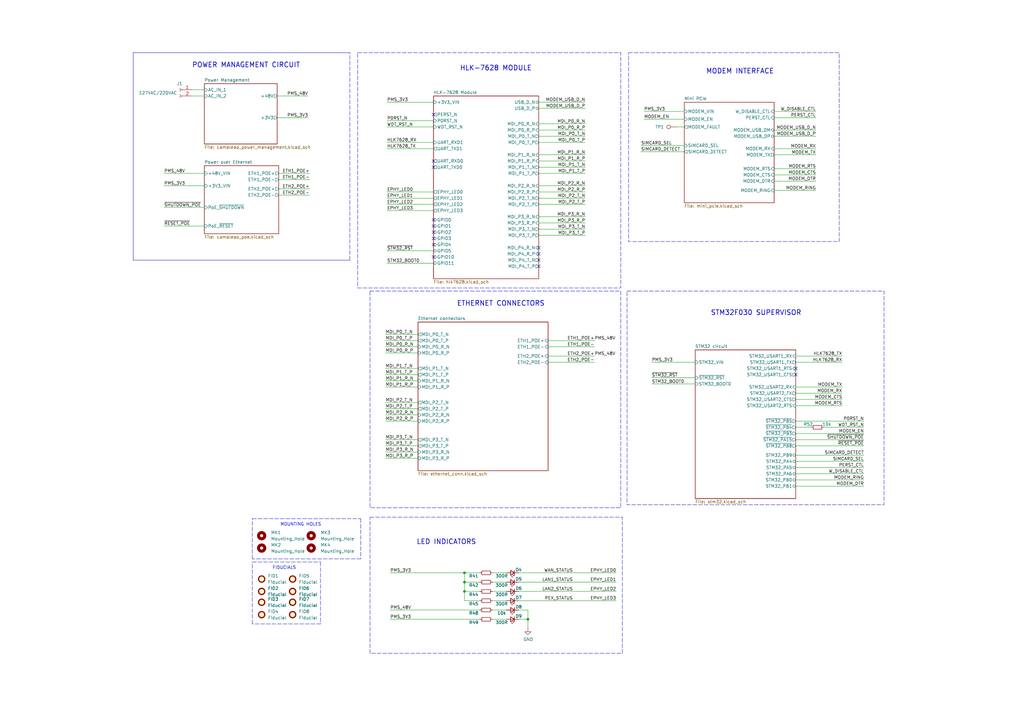
<source format=kicad_sch>
(kicad_sch (version 20230121) (generator eeschema)
  (paper "A3")
  (lib_symbols
    (symbol "Connector:Conn_01x02_Female" (pin_names (offset 1.016) hide)
      (property "Reference" "J" (at 0 2.54 0))
      (property "Value" "Conn_01x02_Female" (at 0 -5.08 0))
      (symbol "Conn_01x02_Female_1_1"
        (arc (start 0 -2.032) (mid -0.5058 -2.54) (end 0 -3.048) (stroke (width 0.1524)))
        (polyline (pts (xy -1.27 -2.54) (xy -0.508 -2.54)) (stroke (width 0.1524)))
        (polyline (pts (xy -1.27 0) (xy -0.508 0)) (stroke (width 0.1524)))
        (arc (start 0 0.508) (mid -0.5058 0) (end 0 -0.508) (stroke (width 0.1524)))
        (pin passive line (at -5.08 0 0) (length 3.81) (name "Pin_1") (number "1"))
        (pin passive line (at -5.08 -2.54 0) (length 3.81) (name "Pin_2") (number "2"))
      )
    )
    (symbol "Connector:TestPoint" (pin_numbers hide) (pin_names (offset 0.762) hide)
      (property "Reference" "TP" (at 0 6.858 0))
      (property "Value" "TestPoint" (at 0 5.08 0))
      (symbol "TestPoint_0_1"
        (circle (center 0 3.302) (radius 0.762))
      )
      (symbol "TestPoint_1_1"
        (pin passive line (at 0 0 90) (length 2.54) (name "1") (number "1"))
      )
    )
    (symbol "Device:LED_Small" (pin_numbers hide) (pin_names (offset 0.254) hide)
      (property "Reference" "D" (at -1.27 3.175 0))
      (property "Value" "LED_Small" (at -4.445 -2.54 0))
      (symbol "LED_Small_0_1"
        (polyline (pts (xy -0.762 -1.016) (xy -0.762 1.016)) (stroke (width 0.254)))
        (polyline (pts (xy 1.016 0) (xy -0.762 0)))
        (polyline (pts (xy 0.762 -1.016) (xy -0.762 0) (xy 0.762 1.016) (xy 0.762 -1.016)) (stroke (width 0.254)))
        (polyline (pts (xy 0 0.762) (xy -0.508 1.27) (xy -0.254 1.27) (xy -0.508 1.27) (xy -0.508 1.016)))
        (polyline (pts (xy 0.508 1.27) (xy 0 1.778) (xy 0.254 1.778) (xy 0 1.778) (xy 0 1.524)))
      )
      (symbol "LED_Small_1_1"
        (pin passive line (at -2.54 0 0) (length 1.778) (name "K") (number "1"))
        (pin passive line (at 2.54 0 180) (length 1.778) (name "A") (number "2"))
      )
    )
    (symbol "Device:R_Small" (pin_numbers hide) (pin_names (offset 0.254) hide)
      (property "Reference" "R" (at 0.762 0.508 0))
      (property "Value" "R_Small" (at 0.762 -1.016 0))
      (symbol "R_Small_0_1"
        (rectangle (start -0.762 1.778) (end 0.762 -1.778) (stroke (width 0.2032)))
      )
      (symbol "R_Small_1_1"
        (pin passive line (at 0 2.54 270) (length 0.762) (name "~") (number "1"))
        (pin passive line (at 0 -2.54 90) (length 0.762) (name "~") (number "2"))
      )
    )
    (symbol "Mechanical:Fiducial"
      (property "Reference" "FID" (at 0 5.08 0))
      (property "Value" "Fiducial" (at 0 3.175 0))
      (symbol "Fiducial_0_1"
        (circle (center 0 0) (radius 1.27) (stroke (width 0.508)) (fill (type background)))
      )
    )
    (symbol "mechanical:Mounting_Hole" (pin_names (offset 1.016))
      (property "Reference" "MK" (at 0 5.08 0))
      (property "Value" "Mounting_Hole" (at 0 3.175 0))
      (symbol "Mounting_Hole_0_1"
        (circle (center 0 0) (radius 1.27) (stroke (width 1.27)))
      )
    )
    (symbol "power:GND" (power) (pin_names (offset 0))
      (property "Value" "GND" (at 0 -3.81 0))
      (symbol "GND_0_1"
        (polyline (pts (xy 0 0) (xy 0 -1.27) (xy 1.27 -1.27) (xy 0 -2.54) (xy -1.27 -1.27) (xy 0 -1.27)))
      )
      (symbol "GND_1_1"
        (pin power_in line (at 0 0 270) (length 0) hide (name "GND") (number "1"))
      )
    )
  )
  (junction (at 190.5 238.76))
  (junction (at 190.5 234.95))
  (junction (at 190.5 242.57))
  (junction (at 216.535 254))
  (no_connect (at 177.8 97.79))
  (no_connect (at 220.98 109.22))
  (no_connect (at 177.8 105.41))
  (no_connect (at 220.98 104.14))
  (no_connect (at 326.39 151.13))
  (no_connect (at 220.98 106.68))
  (no_connect (at 177.8 100.33))
  (no_connect (at 177.8 46.99))
  (no_connect (at 177.8 66.04))
  (no_connect (at 220.98 101.6))
  (no_connect (at 177.8 68.58))
  (no_connect (at 177.8 95.25))
  (no_connect (at 177.8 90.17))
  (no_connect (at 177.8 92.71))
  (no_connect (at 326.39 153.67))
  (wire (pts (xy 267.335 154.94) (xy 285.115 154.94)))
  (wire (pts (xy 354.33 172.72) (xy 326.39 172.72)))
  (wire (pts (xy 158.75 81.28) (xy 177.8 81.28)))
  (wire (pts (xy 220.98 44.45) (xy 240.03 44.45)))
  (wire (pts (xy 277.495 52.07) (xy 280.67 52.07)))
  (polyline (pts (xy 54.61 21.59) (xy 54.61 106.68)))
  (wire (pts (xy 67.31 71.12) (xy 83.82 71.12)))
  (wire (pts (xy 158.75 107.95) (xy 177.8 107.95)))
  (polyline (pts (xy 143.51 106.68) (xy 143.51 21.59)) (stroke (width 0) (type dash)))
  (wire (pts (xy 127 80.01) (xy 114.3 80.01)))
  (wire (pts (xy 212.725 246.38) (xy 252.73 246.38)))
  (wire (pts (xy 158.115 158.75) (xy 171.45 158.75)))
  (wire (pts (xy 158.75 49.53) (xy 177.8 49.53)))
  (polyline (pts (xy 103.505 212.725) (xy 147.955 212.725)) (stroke (width 0) (type dash)))
  (wire (pts (xy 127 73.66) (xy 114.3 73.66)))
  (wire (pts (xy 212.725 238.76) (xy 252.73 238.76)))
  (wire (pts (xy 264.16 45.72) (xy 280.67 45.72)))
  (wire (pts (xy 114.3 77.47) (xy 127 77.47)))
  (wire (pts (xy 158.75 86.36) (xy 177.8 86.36)))
  (wire (pts (xy 264.16 48.895) (xy 280.67 48.895)))
  (wire (pts (xy 158.75 78.74) (xy 177.8 78.74)))
  (wire (pts (xy 224.79 139.7) (xy 243.84 139.7)))
  (wire (pts (xy 220.98 91.44) (xy 240.03 91.44)))
  (polyline (pts (xy 147.955 212.725) (xy 147.955 229.235)) (stroke (width 0) (type dash)))
  (wire (pts (xy 317.5 74.295) (xy 334.645 74.295)))
  (wire (pts (xy 201.93 242.57) (xy 207.645 242.57)))
  (wire (pts (xy 220.98 68.58) (xy 240.03 68.58)))
  (polyline (pts (xy 131.445 230.505) (xy 131.445 255.905)) (stroke (width 0) (type dash)))
  (wire (pts (xy 317.5 45.72) (xy 334.645 45.72)))
  (wire (pts (xy 160.02 250.19) (xy 196.85 250.19)))
  (wire (pts (xy 201.93 246.38) (xy 207.645 246.38)))
  (wire (pts (xy 216.535 257.81) (xy 216.535 254)))
  (wire (pts (xy 326.39 166.37) (xy 345.44 166.37)))
  (wire (pts (xy 337.82 175.26) (xy 354.33 175.26)))
  (wire (pts (xy 196.85 246.38) (xy 190.5 246.38)))
  (wire (pts (xy 326.39 163.83) (xy 345.44 163.83)))
  (polyline (pts (xy 147.955 229.235) (xy 103.505 229.235)) (stroke (width 0) (type dash)))
  (wire (pts (xy 220.98 83.82) (xy 240.03 83.82)))
  (wire (pts (xy 317.5 71.755) (xy 334.645 71.755)))
  (wire (pts (xy 158.115 144.78) (xy 171.45 144.78)))
  (wire (pts (xy 158.115 165.1) (xy 171.45 165.1)))
  (wire (pts (xy 160.02 234.95) (xy 190.5 234.95)))
  (wire (pts (xy 158.115 182.88) (xy 171.45 182.88)))
  (wire (pts (xy 212.725 254) (xy 216.535 254)))
  (wire (pts (xy 326.39 161.29) (xy 345.44 161.29)))
  (wire (pts (xy 158.75 83.82) (xy 177.8 83.82)))
  (wire (pts (xy 220.98 81.28) (xy 240.03 81.28)))
  (wire (pts (xy 196.85 242.57) (xy 190.5 242.57)))
  (wire (pts (xy 158.115 167.64) (xy 171.45 167.64)))
  (wire (pts (xy 190.5 238.76) (xy 190.5 242.57)))
  (wire (pts (xy 78.74 39.37) (xy 83.82 39.37)))
  (wire (pts (xy 201.93 234.95) (xy 207.645 234.95)))
  (wire (pts (xy 158.75 102.87) (xy 177.8 102.87)))
  (wire (pts (xy 158.115 151.13) (xy 171.45 151.13)))
  (wire (pts (xy 212.725 234.95) (xy 252.73 234.95)))
  (wire (pts (xy 317.5 69.215) (xy 334.645 69.215)))
  (wire (pts (xy 220.98 96.52) (xy 240.03 96.52)))
  (wire (pts (xy 113.665 39.37) (xy 126.365 39.37)))
  (wire (pts (xy 326.39 196.85) (xy 354.33 196.85)))
  (wire (pts (xy 317.5 78.105) (xy 334.645 78.105)))
  (wire (pts (xy 220.98 71.12) (xy 240.03 71.12)))
  (wire (pts (xy 326.39 158.75) (xy 345.44 158.75)))
  (wire (pts (xy 220.98 66.04) (xy 240.03 66.04)))
  (wire (pts (xy 220.98 50.8) (xy 240.03 50.8)))
  (wire (pts (xy 67.31 76.2) (xy 83.82 76.2)))
  (wire (pts (xy 114.3 71.12) (xy 127 71.12)))
  (wire (pts (xy 212.725 250.19) (xy 216.535 250.19)))
  (polyline (pts (xy 54.61 106.68) (xy 143.51 106.68)))
  (wire (pts (xy 158.75 60.96) (xy 177.8 60.96)))
  (wire (pts (xy 216.535 254) (xy 216.535 250.19)))
  (wire (pts (xy 220.98 63.5) (xy 240.03 63.5)))
  (wire (pts (xy 158.115 142.24) (xy 171.45 142.24)))
  (wire (pts (xy 326.39 177.8) (xy 354.33 177.8)))
  (polyline (pts (xy 143.51 21.59) (xy 54.61 21.59)))
  (wire (pts (xy 326.39 199.39) (xy 354.33 199.39)))
  (wire (pts (xy 326.39 180.34) (xy 354.33 180.34)))
  (wire (pts (xy 220.98 53.34) (xy 240.03 53.34)))
  (wire (pts (xy 158.115 156.21) (xy 171.45 156.21)))
  (polyline (pts (xy 131.445 255.905) (xy 103.505 255.905)) (stroke (width 0) (type dash)))
  (wire (pts (xy 224.79 148.59) (xy 243.84 148.59)))
  (wire (pts (xy 220.98 55.88) (xy 240.03 55.88)))
  (wire (pts (xy 317.5 48.26) (xy 334.645 48.26)))
  (wire (pts (xy 158.115 137.16) (xy 171.45 137.16)))
  (wire (pts (xy 190.5 238.76) (xy 196.85 238.76)))
  (wire (pts (xy 326.39 146.05) (xy 345.44 146.05)))
  (wire (pts (xy 326.39 189.23) (xy 354.33 189.23)))
  (wire (pts (xy 224.79 146.05) (xy 243.84 146.05)))
  (wire (pts (xy 190.5 242.57) (xy 190.5 246.38)))
  (wire (pts (xy 334.645 53.34) (xy 317.5 53.34)))
  (wire (pts (xy 267.335 148.59) (xy 285.115 148.59)))
  (wire (pts (xy 220.98 78.74) (xy 240.03 78.74)))
  (wire (pts (xy 220.98 76.2) (xy 240.03 76.2)))
  (wire (pts (xy 158.75 58.42) (xy 177.8 58.42)))
  (wire (pts (xy 158.115 185.42) (xy 171.45 185.42)))
  (wire (pts (xy 326.39 175.26) (xy 332.74 175.26)))
  (wire (pts (xy 267.335 157.48) (xy 285.115 157.48)))
  (wire (pts (xy 317.5 63.5) (xy 334.645 63.5)))
  (wire (pts (xy 78.74 36.83) (xy 83.82 36.83)))
  (wire (pts (xy 201.93 250.19) (xy 207.645 250.19)))
  (wire (pts (xy 160.02 254) (xy 196.85 254)))
  (wire (pts (xy 326.39 148.59) (xy 345.44 148.59)))
  (wire (pts (xy 220.98 58.42) (xy 240.03 58.42)))
  (wire (pts (xy 220.98 88.9) (xy 240.03 88.9)))
  (wire (pts (xy 326.39 191.77) (xy 354.33 191.77)))
  (wire (pts (xy 220.98 41.91) (xy 240.03 41.91)))
  (wire (pts (xy 317.5 60.96) (xy 334.645 60.96)))
  (wire (pts (xy 158.115 170.18) (xy 171.45 170.18)))
  (polyline (pts (xy 103.505 230.505) (xy 131.445 230.505)) (stroke (width 0) (type dash)))
  (wire (pts (xy 158.115 139.7) (xy 171.45 139.7)))
  (wire (pts (xy 177.8 41.91) (xy 158.75 41.91)))
  (wire (pts (xy 220.98 93.98) (xy 240.03 93.98)))
  (wire (pts (xy 326.39 194.31) (xy 354.33 194.31)))
  (wire (pts (xy 190.5 234.95) (xy 196.85 234.95)))
  (polyline (pts (xy 103.505 229.235) (xy 103.505 212.725)) (stroke (width 0) (type dash)))
  (wire (pts (xy 158.115 180.34) (xy 171.45 180.34)))
  (wire (pts (xy 113.665 48.26) (xy 126.365 48.26)))
  (wire (pts (xy 262.89 62.23) (xy 280.67 62.23)))
  (wire (pts (xy 212.725 242.57) (xy 252.73 242.57)))
  (wire (pts (xy 334.645 55.88) (xy 317.5 55.88)))
  (wire (pts (xy 262.89 59.69) (xy 280.67 59.69)))
  (wire (pts (xy 190.5 234.95) (xy 190.5 238.76)))
  (wire (pts (xy 67.31 92.71) (xy 83.82 92.71)))
  (wire (pts (xy 326.39 186.69) (xy 354.33 186.69)))
  (wire (pts (xy 201.93 238.76) (xy 207.645 238.76)))
  (wire (pts (xy 158.75 52.07) (xy 177.8 52.07)))
  (wire (pts (xy 201.93 254) (xy 207.645 254)))
  (wire (pts (xy 158.115 172.72) (xy 171.45 172.72)))
  (wire (pts (xy 67.31 85.09) (xy 83.82 85.09)))
  (polyline (pts (xy 103.505 255.905) (xy 103.505 230.505)) (stroke (width 0) (type dash)))
  (wire (pts (xy 326.39 182.88) (xy 354.33 182.88)))
  (wire (pts (xy 158.115 187.96) (xy 171.45 187.96)))
  (wire (pts (xy 158.115 153.67) (xy 171.45 153.67)))
  (wire (pts (xy 224.79 142.24) (xy 243.84 142.24)))
  (rectangle (start 257.175 119.38) (end 362.585 207.01) (stroke (width 0) (type dash)))
  (rectangle (start 151.765 119.38) (end 254.635 208.28) (stroke (width 0) (type dash)))
  (rectangle (start 257.81 21.59) (end 344.17 99.06) (stroke (width 0) (type dash)))
  (rectangle (start 146.685 21.59) (end 254.635 118.11) (stroke (width 0) (type dash)))
  (rectangle (start 151.765 212.09) (end 255.27 267.97) (stroke (width 0) (type dash)))
  (text "FIDUCIALS\n" (at 111.76 233.68 0) (effects (font (size 1.27 1.27)) (justify left bottom)))
  (text "MOUNTING HOLES\n" (at 114.935 215.9 0) (effects (font (size 1.27 1.27)) (justify left bottom)))
  (text "LED INDICATORS" (at 170.815 223.52 0) (effects (font (size 2 2) (thickness 0.254) bold) (justify left bottom)))
  (text "ETHERNET CONNECTORS" (at 187.325 125.73 0) (effects (font (size 2 2) (thickness 0.254) bold) (justify left bottom)))
  (text "MODEM INTERFACE" (at 289.56 30.48 0) (effects (font (size 2 2) (thickness 0.254) bold) (justify left bottom)))
  (text "POWER MANAGEMENT CIRCUIT" (at 78.74 27.94 0) (effects (font (size 2 2) (thickness 0.254) bold) (justify left bottom)))
  (text "HLK-7628 MODULE" (at 188.595 29.21 0) (effects (font (size 2 2) (thickness 0.254) bold) (justify left bottom)))
  (text "STM32F030 SUPERVISOR" (at 291.465 129.54 0) (effects (font (size 2 2) (thickness 0.254) bold) (justify left bottom)))
  (label "PMS_48V" (at 243.84 139.7 0))
  (label "MDI_P1_R_P" (at 158.115 158.75 0))
  (label "MDI_P0_R_P" (at 240.03 53.34 180))
  (label "MODEM_TX" (at 345.44 158.75 180))
  (label "MODEM_USB_D_N" (at 240.03 41.91 180))
  (label "MDI_P3_T_P" (at 240.03 96.52 180))
  (label "PEX_STATUS" (at 234.95 246.38 180))
  (label "MDI_P3_T_N" (at 240.03 93.98 180))
  (label "MDI_P3_T_N" (at 158.115 180.34 0))
  (label "HLK7628_RX" (at 158.75 58.42 0))
  (label "EPHY_LED2" (at 158.75 83.82 0))
  (label "MDI_P1_R_N" (at 240.03 63.5 180))
  (label "PMS_48V" (at 160.02 250.19 0))
  (label "P0RST_N" (at 158.75 49.53 0))
  (label "MODEM_CTS" (at 334.645 71.755 180))
  (label "WDT_RST_N" (at 354.33 175.26 180))
  (label "~{SHUTDOWN_POE}" (at 67.31 85.09 0))
  (label "MDI_P1_T_N" (at 240.03 68.58 180))
  (label "MDI_P0_T_N" (at 240.03 55.88 180))
  (label "MDI_P3_T_P" (at 158.115 182.88 0))
  (label "PERST_CTL" (at 334.645 48.26 180))
  (label "MDI_P0_T_P" (at 158.115 139.7 0))
  (label "EPHY_LED1" (at 158.75 81.28 0))
  (label "MDI_P2_T_N" (at 158.115 165.1 0))
  (label "ETH2_POE-" (at 243.84 148.59 180))
  (label "MDI_P1_R_N" (at 158.115 156.21 0))
  (label "MODEM_EN" (at 264.16 48.895 0))
  (label "ETH1_POE+" (at 127 71.12 180))
  (label "PERST_CTL" (at 354.33 191.77 180))
  (label "MODEM_RING" (at 334.645 78.105 180))
  (label "ETH1_POE-" (at 243.84 142.24 180))
  (label "PMS_48V" (at 126.365 39.37 180))
  (label "MODEM_EN" (at 354.33 177.8 180))
  (label "PMS_3V3" (at 67.31 76.2 0))
  (label "PMS_3V3" (at 126.365 48.26 180))
  (label "MDI_P1_R_P" (at 240.03 66.04 180))
  (label "MDI_P2_T_P" (at 240.03 83.82 180))
  (label "~{RESET_POE}" (at 354.33 182.88 180))
  (label "~{STM32_RST}" (at 267.335 154.94 0))
  (label "W_DISABLE_CTL" (at 334.645 45.72 180))
  (label "ETH1_POE-" (at 127 73.66 180))
  (label "LAN2_STATUS" (at 234.95 242.57 180))
  (label "MODEM_RX" (at 345.44 161.29 180))
  (label "MDI_P1_T_P" (at 240.03 71.12 180))
  (label "STM32_BOOT0" (at 158.75 107.95 0))
  (label "~{RESET_POE}" (at 67.31 92.71 0))
  (label "SIMCARD_SEL" (at 262.89 59.69 0))
  (label "MODEM_RX" (at 334.645 60.96 180))
  (label "EPHY_LED0" (at 158.75 78.74 0))
  (label "MODEM_USB_D_N" (at 334.645 53.34 180))
  (label "MDI_P2_R_P" (at 158.115 172.72 0))
  (label "MDI_P2_R_P" (at 240.03 78.74 180))
  (label "MDI_P3_R_N" (at 158.115 185.42 0))
  (label "MDI_P2_R_N" (at 240.03 76.2 180))
  (label "EPHY_LED3" (at 158.75 86.36 0))
  (label "~{STM32_RST}" (at 158.75 102.87 0))
  (label "ETH2_POE+" (at 243.84 146.05 180))
  (label "PMS_3V3" (at 267.335 148.59 0))
  (label "W_DISABLE_CTL" (at 354.33 194.31 180))
  (label "ETH1_POE+" (at 243.84 139.7 180))
  (label "MDI_P3_R_N" (at 240.03 88.9 180))
  (label "MODEM_USB_D_P" (at 334.645 55.88 180))
  (label "EPHY_LED0" (at 252.73 234.95 180))
  (label "PMS_3V3" (at 158.75 41.91 0))
  (label "PMS_3V3" (at 160.02 234.95 0))
  (label "MODEM_RING" (at 354.33 196.85 180))
  (label "MODEM_USB_D_P" (at 240.03 44.45 180))
  (label "WDT_RST_N" (at 158.75 52.07 0))
  (label "MDI_P2_T_N" (at 240.03 81.28 180))
  (label "MDI_P2_T_P" (at 158.115 167.64 0))
  (label "EPHY_LED3" (at 252.73 246.38 180))
  (label "MDI_P1_T_P" (at 158.115 153.67 0))
  (label "LAN1_STATUS" (at 234.95 238.76 180))
  (label "MDI_P2_R_N" (at 158.115 170.18 0))
  (label "MODEM_DTR" (at 334.645 74.295 180))
  (label "MDI_P0_T_N" (at 158.115 137.16 0))
  (label "MDI_P0_R_N" (at 158.115 142.24 0))
  (label "MDI_P0_R_P" (at 158.115 144.78 0))
  (label "EPHY_LED2" (at 252.73 242.57 180))
  (label "SIMCARD_SEL" (at 354.33 189.23 180))
  (label "~{SHUTDOWN_POE}" (at 354.33 180.34 180))
  (label "MODEM_TX" (at 334.645 63.5 180))
  (label "ETH2_POE-" (at 127 80.01 180))
  (label "MODEM_RTS" (at 345.44 166.37 180))
  (label "MDI_P3_R_P" (at 240.03 91.44 180))
  (label "MDI_P0_R_N" (at 240.03 50.8 180))
  (label "MODEM_DTR" (at 354.33 199.39 180))
  (label "WAN_STATUS" (at 234.95 234.95 180))
  (label "HLK7628_TX" (at 158.75 60.96 0))
  (label "HLK7628_TX" (at 345.44 146.05 180))
  (label "SIMCARD_DETECT" (at 262.89 62.23 0))
  (label "P0RST_N" (at 354.33 172.72 180))
  (label "MDI_P0_T_P" (at 240.03 58.42 180))
  (label "EPHY_LED1" (at 252.73 238.76 180))
  (label "PMS_48V" (at 67.31 71.12 0))
  (label "HLK7628_RX" (at 345.44 148.59 180))
  (label "MDI_P3_R_P" (at 158.115 187.96 0))
  (label "PMS_3V3" (at 264.16 45.72 0))
  (label "STM32_BOOT0" (at 267.335 157.48 0))
  (label "PMS_48V" (at 243.84 146.05 0))
  (label "MDI_P1_T_N" (at 158.115 151.13 0))
  (label "ETH2_POE+" (at 127 77.47 180))
  (label "MODEM_RTS" (at 334.645 69.215 180))
  (label "PMS_3V3" (at 160.02 254 0))
  (label "MODEM_CTS" (at 345.44 163.83 180))
  (label "SIMCARD_DETECT" (at 354.33 186.69 180))
  (symbol (lib_id "Mechanical:Fiducial") (at 120.015 247.015 0) (unit 1)
    (property "Reference" "FID7" (at 122.555 245.7449 0) (effects (justify left)))
    (property "Value" "Fiducial" (at 122.555 248.2849 0) (effects (justify left)))
    (property "Footprint" "Fiducial:Fiducial_1mm_Mask2mm" (effects hide))
  )
  (symbol (lib_id "Device:LED_Small") (at 210.185 238.76 180) (unit 1)
    (property "Reference" "D5" (at 212.725 237.49 0))
    (property "Value" "LED_Small" (effects hide))
    (property "Footprint" "LED_SMD:LED_0805_2012Metric" (effects hide))
  )
  (symbol (lib_id "Device:LED_Small") (at 210.185 242.57 180) (unit 1)
    (property "Reference" "D6" (at 212.725 241.3 0))
    (property "Value" "LED_Small" (effects hide))
    (property "Footprint" "LED_SMD:LED_0805_2012Metric" (effects hide))
  )
  (symbol (lib_id "mechanical:Mounting_Hole") (at 127.635 224.79 0) (unit 1)
    (property "Reference" "MK4" (at 131.445 223.5199 0) (effects (justify left)))
    (property "Value" "Mounting_Hole" (at 131.445 226.0599 0) (effects (justify left)))
    (property "Footprint" "MountingHole:MountingHole_4.3mm_M4" (effects hide))
  )
  (symbol (lib_id "Connector:Conn_01x02_Female") (at 73.66 36.83 0) (mirror y) (unit 1)
    (property "Reference" "J1" (at 73.66 34.29 0))
    (property "Value" "127VAC/220VAC" (at 64.77 38.1 0))
    (property "Footprint" "Gabriel:WJ2EDGRC-5.08-2P" (effects hide))
    (property "Datasheet" "https://datasheet.lcsc.com/lcsc/1912251631_Ningbo-Kangnex-Elec-WJ2EDGRC-5-08-2P_C3697.pdf" (effects hide))
    (property "LCSC Part" "C3697" (effects hide))
  )
  (symbol (lib_id "Device:LED_Small") (at 210.185 250.19 180) (unit 1)
    (property "Reference" "D8" (at 212.725 248.92 0))
    (property "Value" "LED_Small" (effects hide))
    (property "Footprint" "LED_SMD:LED_0805_2012Metric" (effects hide))
  )
  (symbol (lib_id "Mechanical:Fiducial") (at 107.315 237.49 0) (unit 1)
    (property "Reference" "FID1" (at 109.855 236.2199 0) (effects (justify left)))
    (property "Value" "Fiducial" (at 109.855 238.7599 0) (effects (justify left)))
    (property "Footprint" "Fiducial:Fiducial_1mm_Mask2mm" (effects hide))
  )
  (symbol (lib_id "Device:R_Small") (at 199.39 234.95 90) (unit 1)
    (property "Reference" "R41" (at 194.31 236.22 90))
    (property "Value" "300R" (at 205.74 236.22 90))
    (property "Footprint" "Resistor_SMD:R_0402_1005Metric" (effects hide))
  )
  (symbol (lib_id "Mechanical:Fiducial") (at 120.015 237.49 0) (unit 1)
    (property "Reference" "FID5" (at 122.555 236.2199 0) (effects (justify left)))
    (property "Value" "Fiducial" (at 122.555 238.7599 0) (effects (justify left)))
    (property "Footprint" "Fiducial:Fiducial_1mm_Mask2mm" (effects hide))
  )
  (symbol (lib_id "Device:R_Small") (at 199.39 246.38 90) (unit 1)
    (property "Reference" "R45" (at 194.31 247.65 90))
    (property "Value" "300R" (at 205.74 247.65 90))
    (property "Footprint" "Resistor_SMD:R_0402_1005Metric" (effects hide))
  )
  (symbol (lib_id "Mechanical:Fiducial") (at 107.315 252.095 0) (unit 1)
    (property "Reference" "FID4" (at 109.855 250.8249 0) (effects (justify left)))
    (property "Value" "Fiducial" (at 109.855 253.3649 0) (effects (justify left)))
    (property "Footprint" "Fiducial:Fiducial_1mm_Mask2mm" (effects hide))
  )
  (symbol (lib_id "Device:LED_Small") (at 210.185 234.95 180) (unit 1)
    (property "Reference" "D4" (at 212.725 233.68 0))
    (property "Value" "LED_Small" (effects hide))
    (property "Footprint" "LED_SMD:LED_0805_2012Metric" (effects hide))
  )
  (symbol (lib_id "Device:R_Small") (at 199.39 254 90) (unit 1)
    (property "Reference" "R49" (at 194.31 255.27 90))
    (property "Value" "300R" (at 205.74 255.27 90))
    (property "Footprint" "Resistor_SMD:R_0402_1005Metric" (effects hide))
  )
  (symbol (lib_id "mechanical:Mounting_Hole") (at 127.635 219.71 0) (unit 1)
    (property "Reference" "MK3" (at 131.445 218.4399 0) (effects (justify left)))
    (property "Value" "Mounting_Hole" (at 131.445 220.9799 0) (effects (justify left)))
    (property "Footprint" "MountingHole:MountingHole_4.3mm_M4" (effects hide))
  )
  (symbol (lib_id "Device:R_Small") (at 199.39 250.19 90) (unit 1)
    (property "Reference" "R48" (at 194.31 251.46 90))
    (property "Value" "10k" (at 205.74 251.46 90))
    (property "Footprint" "Resistor_SMD:R_0402_1005Metric" (effects hide))
  )
  (symbol (lib_id "Device:R_Small") (at 199.39 238.76 90) (unit 1)
    (property "Reference" "R42" (at 194.31 240.03 90))
    (property "Value" "300R" (at 205.74 240.03 90))
    (property "Footprint" "Resistor_SMD:R_0402_1005Metric" (effects hide))
  )
  (symbol (lib_id "Device:LED_Small") (at 210.185 246.38 180) (unit 1)
    (property "Reference" "D7" (at 212.725 245.11 0))
    (property "Value" "LED_Small" (effects hide))
    (property "Footprint" "LED_SMD:LED_0805_2012Metric" (effects hide))
  )
  (symbol (lib_id "Device:R_Small") (at 199.39 242.57 90) (unit 1)
    (property "Reference" "R44" (at 194.31 243.84 90))
    (property "Value" "300R" (at 205.74 243.84 90))
    (property "Footprint" "Resistor_SMD:R_0402_1005Metric" (effects hide))
  )
  (symbol (lib_id "Mechanical:Fiducial") (at 120.015 252.095 0) (unit 1)
    (property "Reference" "FID8" (at 122.555 250.8249 0) (effects (justify left)))
    (property "Value" "Fiducial" (at 122.555 253.3649 0) (effects (justify left)))
    (property "Footprint" "Fiducial:Fiducial_1mm_Mask2mm" (effects hide))
  )
  (symbol (lib_id "power:GND") (at 216.535 257.81 0) (unit 1)
    (property "Reference" "#PWR055" (effects hide))
    (property "Value" "GND" (at 216.662 262.2042 0))
  )
  (symbol (lib_id "mechanical:Mounting_Hole") (at 107.315 224.79 0) (unit 1)
    (property "Reference" "MK2" (at 111.125 223.5199 0) (effects (justify left)))
    (property "Value" "Mounting_Hole" (at 111.125 226.0599 0) (effects (justify left)))
    (property "Footprint" "MountingHole:MountingHole_4.3mm_M4" (effects hide))
  )
  (symbol (lib_id "Mechanical:Fiducial") (at 107.315 247.015 0) (unit 1)
    (property "Reference" "FID3" (at 109.855 245.7449 0) (effects (justify left)))
    (property "Value" "Fiducial" (at 109.855 248.2849 0) (effects (justify left)))
    (property "Footprint" "Fiducial:Fiducial_1mm_Mask2mm" (effects hide))
  )
  (symbol (lib_id "Mechanical:Fiducial") (at 120.015 242.57 0) (unit 1)
    (property "Reference" "FID6" (at 122.555 241.2999 0) (effects (justify left)))
    (property "Value" "Fiducial" (at 122.555 243.8399 0) (effects (justify left)))
    (property "Footprint" "Fiducial:Fiducial_1mm_Mask2mm" (effects hide))
  )
  (symbol (lib_id "Connector:TestPoint") (at 277.495 52.07 90) (unit 1)
    (property "Reference" "TP1" (at 268.6686 52.07 90) (effects (justify right)))
    (property "Value" "TestPoint" (effects hide))
    (property "Footprint" "TestPoint:TestPoint_Pad_D1.0mm" (effects hide))
  )
  (symbol (lib_id "Mechanical:Fiducial") (at 107.315 242.57 0) (unit 1)
    (property "Reference" "FID2" (at 109.855 241.2999 0) (effects (justify left)))
    (property "Value" "Fiducial" (at 109.855 243.8399 0) (effects (justify left)))
    (property "Footprint" "Fiducial:Fiducial_1mm_Mask2mm" (effects hide))
  )
  (symbol (lib_id "Device:LED_Small") (at 210.185 254 180) (unit 1)
    (property "Reference" "D9" (at 212.725 252.73 0))
    (property "Value" "LED_Small" (effects hide))
    (property "Footprint" "LED_SMD:LED_0805_2012Metric" (effects hide))
  )
  (symbol (lib_id "Device:R_Small") (at 335.28 175.26 270) (unit 1)
    (property "Reference" "R52" (at 331.47 173.99 90))
    (property "Value" "10k" (at 339.09 173.99 90))
    (property "Footprint" "Resistor_SMD:R_0402_1005Metric" (effects hide))
  )
  (symbol (lib_id "mechanical:Mounting_Hole") (at 107.315 219.71 0) (unit 1)
    (property "Reference" "MK1" (at 111.125 218.4399 0) (effects (justify left)))
    (property "Value" "Mounting_Hole" (at 111.125 220.9799 0) (effects (justify left)))
    (property "Footprint" "MountingHole:MountingHole_4.3mm_M4" (effects hide))
  )
  (sheet (at 171.45 132.08) (size 53.34 60.96) (stroke (width 0.1524))
    (property "Sheetname" "Ethernet connectors" (at 171.45 131.3684 0) (effects (justify left bottom)))
    (property "Sheetfile" "ethernet_conn.kicad_sch" (at 171.45 193.6246 0) (effects (justify left top)))
    (pin "MDI_P0_T_N" output (at 171.45 137.16 180))
    (pin "MDI_P0_T_P" output (at 171.45 139.7 180))
    (pin "MDI_P0_R_N" input (at 171.45 142.24 180))
    (pin "MDI_P0_R_P" input (at 171.45 144.78 180))
    (pin "MDI_P1_R_P" input (at 171.45 158.75 180))
    (pin "MDI_P1_T_N" output (at 171.45 151.13 180))
    (pin "MDI_P1_R_N" input (at 171.45 156.21 180))
    (pin "MDI_P1_T_P" output (at 171.45 153.67 180))
    (pin "ETH1_POE-" input (at 224.79 142.24 0))
    (pin "ETH2_POE-" input (at 224.79 148.59 0))
    (pin "MDI_P2_R_P" input (at 171.45 172.72 180))
    (pin "MDI_P2_T_N" output (at 171.45 165.1 180))
    (pin "MDI_P2_R_N" input (at 171.45 170.18 180))
    (pin "MDI_P2_T_P" output (at 171.45 167.64 180))
    (pin "MDI_P3_T_P" output (at 171.45 182.88 180))
    (pin "MDI_P3_T_N" output (at 171.45 180.34 180))
    (pin "MDI_P3_R_P" input (at 171.45 187.96 180))
    (pin "MDI_P3_R_N" input (at 171.45 185.42 180))
    (pin "ETH1_POE+" input (at 224.79 139.7 0))
    (pin "ETH2_POE+" input (at 224.79 146.05 0))
  )
  (sheet (at 177.8 39.37) (size 43.18 74.93) (stroke (width 0.1524))
    (property "Sheetname" "HLK-7628 Module" (at 177.8 38.6584 0) (effects (justify left bottom)))
    (property "Sheetfile" "hlk7628.kicad_sch" (at 177.8 114.8846 0) (effects (justify left top)))
    (pin "+3V3_VIN" input (at 177.8 41.91 180))
    (pin "UART_TXD1" output (at 177.8 60.96 180))
    (pin "EPHY_LED1" output (at 177.8 81.28 180))
    (pin "P0RST_N" input (at 177.8 49.53 180))
    (pin "EPHY_LED0" output (at 177.8 78.74 180))
    (pin "UART_RXD1" input (at 177.8 58.42 180))
    (pin "EPHY_LED3" output (at 177.8 86.36 180))
    (pin "EPHY_LED2" output (at 177.8 83.82 180))
    (pin "UART_RXD0" output (at 177.8 66.04 180))
    (pin "GPIO11" bidirectional (at 177.8 107.95 180))
    (pin "UART_TXD0" output (at 177.8 68.58 180))
    (pin "MDI_P3_R_P" input (at 220.98 91.44 0))
    (pin "MDI_P3_R_N" input (at 220.98 88.9 0))
    (pin "MDI_P3_T_N" output (at 220.98 93.98 0))
    (pin "USB_D_N" bidirectional (at 220.98 41.91 0))
    (pin "USB_D_P" bidirectional (at 220.98 44.45 0))
    (pin "MDI_P2_T_P" output (at 220.98 83.82 0))
    (pin "MDI_P2_R_P" input (at 220.98 78.74 0))
    (pin "MDI_P2_T_N" output (at 220.98 81.28 0))
    (pin "MDI_P2_R_N" input (at 220.98 76.2 0))
    (pin "MDI_P3_T_P" output (at 220.98 96.52 0))
    (pin "MDI_P0_T_P" output (at 220.98 58.42 0))
    (pin "MDI_P1_T_N" output (at 220.98 68.58 0))
    (pin "MDI_P1_T_P" output (at 220.98 71.12 0))
    (pin "MDI_P0_R_N" input (at 220.98 50.8 0))
    (pin "MDI_P1_R_P" input (at 220.98 66.04 0))
    (pin "MDI_P0_T_N" output (at 220.98 55.88 0))
    (pin "MDI_P1_R_N" input (at 220.98 63.5 0))
    (pin "MDI_P0_R_P" input (at 220.98 53.34 0))
    (pin "WDT_RST_N" input (at 177.8 52.07 180))
    (pin "GPIO5" bidirectional (at 177.8 102.87 180))
    (pin "GPIO4" bidirectional (at 177.8 100.33 180))
    (pin "GPIO10" bidirectional (at 177.8 105.41 180))
    (pin "GPIO1" bidirectional (at 177.8 92.71 180))
    (pin "GPIO2" bidirectional (at 177.8 95.25 180))
    (pin "GPIO0" bidirectional (at 177.8 90.17 180))
    (pin "GPIO3" bidirectional (at 177.8 97.79 180))
    (pin "PERST_N" output (at 177.8 46.99 180))
    (pin "MDI_P4_T_P" output (at 220.98 109.22 0))
    (pin "MDI_P4_T_N" output (at 220.98 106.68 0))
    (pin "MDI_P4_R_N" input (at 220.98 101.6 0))
    (pin "MDI_P4_R_P" input (at 220.98 104.14 0))
  )
  (sheet (at 83.82 34.29) (size 29.845 24.765) (stroke (width 0.1524))
    (property "Sheetname" "Power Management" (at 83.82 33.5784 0) (effects (justify left bottom)))
    (property "Sheetfile" "camaleao_power_management.kicad_sch" (at 83.82 59.6396 0) (effects (justify left top)))
    (pin "+3V3" output (at 113.665 48.26 0))
    (pin "+48V" output (at 113.665 39.37 0))
    (pin "AC_IN_2" input (at 83.82 39.37 180))
    (pin "AC_IN_1" input (at 83.82 36.83 180))
  )
  (sheet (at 285.115 143.51) (size 41.275 60.96) (stroke (width 0.1524))
    (property "Sheetname" "STM32 circuit" (at 285.115 142.7984 0) (effects (justify left bottom)))
    (property "Sheetfile" "stm32.kicad_sch" (at 285.115 205.0546 0) (effects (justify left top)))
    (pin "STM32_BOOT0" input (at 285.115 157.48 180))
    (pin "STM32_USART1_CTS" output (at 326.39 153.67 0))
    (pin "STM32_USART2_TX" output (at 326.39 161.29 0))
    (pin "STM32_USART2_RX" input (at 326.39 158.75 0))
    (pin "STM32_USART1_RTS" input (at 326.39 151.13 0))
    (pin "STM32_USART1_TX" output (at 326.39 148.59 0))
    (pin "STM32_USART1_RX" input (at 326.39 146.05 0))
    (pin "STM32_VIN" input (at 285.115 148.59 180))
    (pin "~{STM32_PB5}" output (at 326.39 172.72 0))
    (pin "~{STM32_PB4}" output (at 326.39 175.26 0))
    (pin "~{STM32_PB3}" output (at 326.39 177.8 0))
    (pin "~{STM32_PA15}" output (at 326.39 180.34 0))
    (pin "~{STM32_PB8}" output (at 326.39 182.88 0))
    (pin "STM32_PB9" bidirectional (at 326.39 186.69 0))
    (pin "STM32_PA4" bidirectional (at 326.39 189.23 0))
    (pin "STM32_PA5" bidirectional (at 326.39 191.77 0))
    (pin "STM32_PA6" bidirectional (at 326.39 194.31 0))
    (pin "STM32_PB0" bidirectional (at 326.39 196.85 0))
    (pin "STM32_PB1" bidirectional (at 326.39 199.39 0))
    (pin "STM32_USART2_RTS" input (at 326.39 166.37 0))
    (pin "STM32_USART2_CTS" output (at 326.39 163.83 0))
    (pin "~{STM32_RST}" input (at 285.115 154.94 180))
  )
  (sheet (at 280.67 41.91) (size 36.83 41.275) (stroke (width 0.1524))
    (property "Sheetname" "Mini PCIe" (at 280.67 41.1984 0) (effects (justify left bottom)))
    (property "Sheetfile" "mini_pcie.kicad_sch" (at 280.67 83.7696 0) (effects (justify left top)))
    (pin "W_DISABLE_CTL" input (at 317.5 45.72 0))
    (pin "PERST_CTL" input (at 317.5 48.26 0))
    (pin "MODEM_VIN" input (at 280.67 45.72 180))
    (pin "MODEM_RING" input (at 317.5 78.105 0))
    (pin "MODEM_RX" input (at 317.5 60.96 0))
    (pin "MODEM_CTS" input (at 317.5 71.755 0))
    (pin "MODEM_RTS" input (at 317.5 69.215 0))
    (pin "MODEM_DTR" input (at 317.5 74.295 0))
    (pin "MODEM_TX" output (at 317.5 63.5 0))
    (pin "MODEM_EN" input (at 280.67 48.895 180))
    (pin "MODEM_FAULT" output (at 280.67 52.07 180))
    (pin "SIMCARD_SEL" input (at 280.67 59.69 180))
    (pin "SIMCARD_DETECT" output (at 280.67 62.23 180))
    (pin "MODEM_USB_DM" bidirectional (at 317.5 53.34 0))
    (pin "MODEM_USB_DP" bidirectional (at 317.5 55.88 0))
  )
  (sheet (at 83.82 67.945) (size 30.48 27.94) (stroke (width 0.1524))
    (property "Sheetname" "Power over Ethernet" (at 83.82 67.2334 0) (effects (justify left bottom)))
    (property "Sheetfile" "camaleao_poe.kicad_sch" (at 83.82 96.4696 0) (effects (justify left top)))
    (pin "+3V3_VIN" input (at 83.82 76.2 180))
    (pin "PoE_~{RESET}" input (at 83.82 92.71 180))
    (pin "ETH1_POE-" output (at 114.3 73.66 0))
    (pin "ETH2_POE-" output (at 114.3 80.01 0))
    (pin "PoE_~{SHUTDOWN}" input (at 83.82 85.09 180))
    (pin "ETH1_POE+" output (at 114.3 71.12 0))
    (pin "ETH2_POE+" output (at 114.3 77.47 0))
    (pin "+48V_VIN" input (at 83.82 71.12 180))
  )
)
</source>
